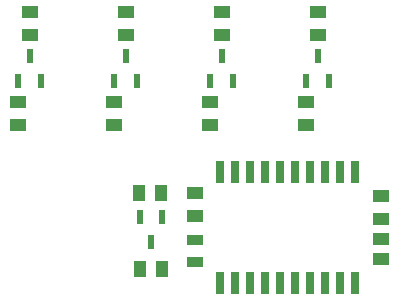
<source format=gbr>
%TF.GenerationSoftware,KiCad,Pcbnew,(5.1.10)-1*%
%TF.CreationDate,2021-07-01T22:54:37+02:00*%
%TF.ProjectId,BytesCounter,42797465-7343-46f7-956e-7465722e6b69,rev?*%
%TF.SameCoordinates,Original*%
%TF.FileFunction,Paste,Top*%
%TF.FilePolarity,Positive*%
%FSLAX46Y46*%
G04 Gerber Fmt 4.6, Leading zero omitted, Abs format (unit mm)*
G04 Created by KiCad (PCBNEW (5.1.10)-1) date 2021-07-01 22:54:37*
%MOMM*%
%LPD*%
G01*
G04 APERTURE LIST*
%ADD10R,1.000000X1.400000*%
%ADD11R,1.400000X1.000000*%
%ADD12R,0.600000X1.250000*%
%ADD13R,1.400000X0.950000*%
%ADD14R,0.650000X1.850000*%
%ADD15R,1.470000X1.050000*%
G04 APERTURE END LIST*
D10*
%TO.C,R14*%
X120046000Y-67936000D03*
X118146000Y-67936000D03*
%TD*%
%TO.C,R13*%
X119950000Y-61500000D03*
X118050000Y-61500000D03*
%TD*%
D11*
%TO.C,R10*%
X133222000Y-46254000D03*
X133222000Y-48154000D03*
%TD*%
%TO.C,R9*%
X132206000Y-53874000D03*
X132206000Y-55774000D03*
%TD*%
%TO.C,R8*%
X125094000Y-46254000D03*
X125094000Y-48154000D03*
%TD*%
%TO.C,R7*%
X124078000Y-53874000D03*
X124078000Y-55774000D03*
%TD*%
%TO.C,R6*%
X116966000Y-46254000D03*
X116966000Y-48154000D03*
%TD*%
%TO.C,R5*%
X115950000Y-53874000D03*
X115950000Y-55774000D03*
%TD*%
%TO.C,R4*%
X108838000Y-46254000D03*
X108838000Y-48154000D03*
%TD*%
%TO.C,R3*%
X122826000Y-63459000D03*
X122826000Y-61559000D03*
%TD*%
%TO.C,R2*%
X138540000Y-61814000D03*
X138540000Y-63714000D03*
%TD*%
%TO.C,R1*%
X107822000Y-53874000D03*
X107822000Y-55774000D03*
%TD*%
D12*
%TO.C,Q5*%
X119096000Y-65684000D03*
X118141000Y-63584000D03*
X120051000Y-63584000D03*
%TD*%
%TO.C,Q4*%
X133222000Y-49964000D03*
X134177000Y-52064000D03*
X132267000Y-52064000D03*
%TD*%
%TO.C,Q3*%
X125094000Y-49964000D03*
X126049000Y-52064000D03*
X124139000Y-52064000D03*
%TD*%
%TO.C,Q2*%
X116966000Y-49964000D03*
X117921000Y-52064000D03*
X116011000Y-52064000D03*
%TD*%
%TO.C,Q1*%
X108838000Y-49964000D03*
X109793000Y-52064000D03*
X107883000Y-52064000D03*
%TD*%
D13*
%TO.C,LED1*%
X122792000Y-65492000D03*
X122792000Y-67392000D03*
%TD*%
D14*
%TO.C,IC1*%
X136381000Y-69151000D03*
X135111000Y-69151000D03*
X133841000Y-69151000D03*
X132571000Y-69151000D03*
X131301000Y-69151000D03*
X130031000Y-69151000D03*
X128761000Y-69151000D03*
X127491000Y-69151000D03*
X126221000Y-69151000D03*
X124951000Y-69151000D03*
X124951000Y-59801000D03*
X126221000Y-59801000D03*
X127491000Y-59801000D03*
X128761000Y-59801000D03*
X130031000Y-59801000D03*
X131301000Y-59801000D03*
X132571000Y-59801000D03*
X133841000Y-59801000D03*
X135111000Y-59801000D03*
X136381000Y-59801000D03*
%TD*%
D15*
%TO.C,C1*%
X138540000Y-67094000D03*
X138540000Y-65414000D03*
%TD*%
M02*

</source>
